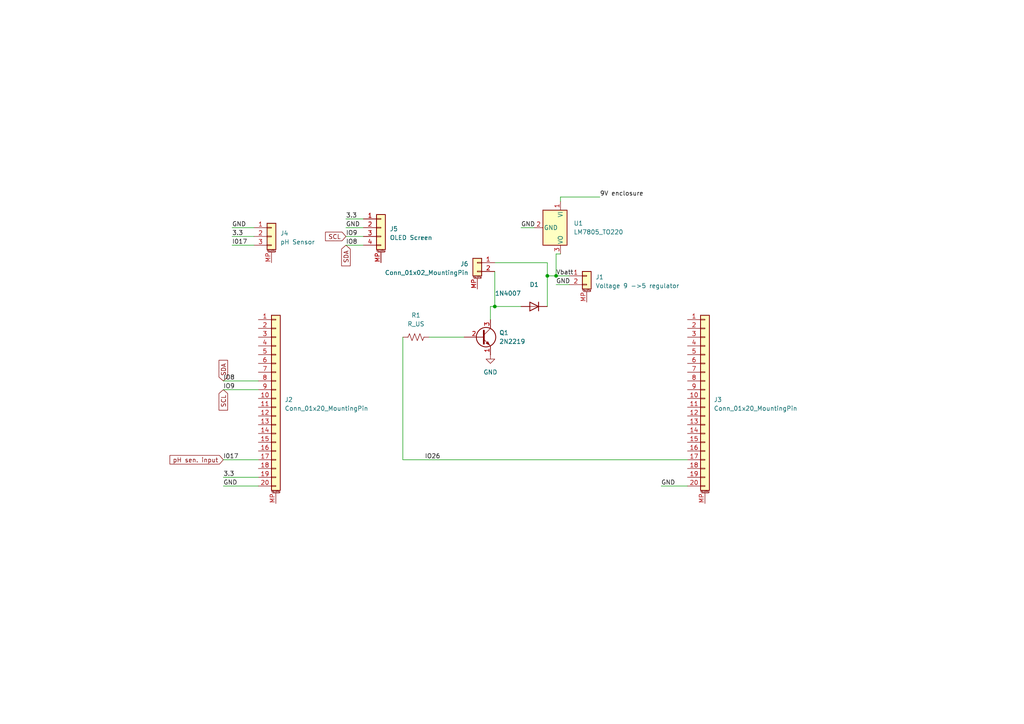
<source format=kicad_sch>
(kicad_sch
	(version 20231120)
	(generator "eeschema")
	(generator_version "8.0")
	(uuid "fcd2bf46-1664-4621-bd79-674230b49c83")
	(paper "A4")
	(lib_symbols
		(symbol "Connector_Generic_MountingPin:Conn_01x02_MountingPin"
			(pin_names
				(offset 1.016) hide)
			(exclude_from_sim no)
			(in_bom yes)
			(on_board yes)
			(property "Reference" "J"
				(at 0 2.54 0)
				(effects
					(font
						(size 1.27 1.27)
					)
				)
			)
			(property "Value" "Conn_01x02_MountingPin"
				(at 1.27 -5.08 0)
				(effects
					(font
						(size 1.27 1.27)
					)
					(justify left)
				)
			)
			(property "Footprint" ""
				(at 0 0 0)
				(effects
					(font
						(size 1.27 1.27)
					)
					(hide yes)
				)
			)
			(property "Datasheet" "~"
				(at 0 0 0)
				(effects
					(font
						(size 1.27 1.27)
					)
					(hide yes)
				)
			)
			(property "Description" "Generic connectable mounting pin connector, single row, 01x02, script generated (kicad-library-utils/schlib/autogen/connector/)"
				(at 0 0 0)
				(effects
					(font
						(size 1.27 1.27)
					)
					(hide yes)
				)
			)
			(property "ki_keywords" "connector"
				(at 0 0 0)
				(effects
					(font
						(size 1.27 1.27)
					)
					(hide yes)
				)
			)
			(property "ki_fp_filters" "Connector*:*_1x??-1MP*"
				(at 0 0 0)
				(effects
					(font
						(size 1.27 1.27)
					)
					(hide yes)
				)
			)
			(symbol "Conn_01x02_MountingPin_1_1"
				(rectangle
					(start -1.27 -2.413)
					(end 0 -2.667)
					(stroke
						(width 0.1524)
						(type default)
					)
					(fill
						(type none)
					)
				)
				(rectangle
					(start -1.27 0.127)
					(end 0 -0.127)
					(stroke
						(width 0.1524)
						(type default)
					)
					(fill
						(type none)
					)
				)
				(rectangle
					(start -1.27 1.27)
					(end 1.27 -3.81)
					(stroke
						(width 0.254)
						(type default)
					)
					(fill
						(type background)
					)
				)
				(polyline
					(pts
						(xy -1.016 -4.572) (xy 1.016 -4.572)
					)
					(stroke
						(width 0.1524)
						(type default)
					)
					(fill
						(type none)
					)
				)
				(text "Mounting"
					(at 0 -4.191 0)
					(effects
						(font
							(size 0.381 0.381)
						)
					)
				)
				(pin passive line
					(at -5.08 0 0)
					(length 3.81)
					(name "Pin_1"
						(effects
							(font
								(size 1.27 1.27)
							)
						)
					)
					(number "1"
						(effects
							(font
								(size 1.27 1.27)
							)
						)
					)
				)
				(pin passive line
					(at -5.08 -2.54 0)
					(length 3.81)
					(name "Pin_2"
						(effects
							(font
								(size 1.27 1.27)
							)
						)
					)
					(number "2"
						(effects
							(font
								(size 1.27 1.27)
							)
						)
					)
				)
				(pin passive line
					(at 0 -7.62 90)
					(length 3.048)
					(name "MountPin"
						(effects
							(font
								(size 1.27 1.27)
							)
						)
					)
					(number "MP"
						(effects
							(font
								(size 1.27 1.27)
							)
						)
					)
				)
			)
		)
		(symbol "Connector_Generic_MountingPin:Conn_01x03_MountingPin"
			(pin_names
				(offset 1.016) hide)
			(exclude_from_sim no)
			(in_bom yes)
			(on_board yes)
			(property "Reference" "J"
				(at 0 5.08 0)
				(effects
					(font
						(size 1.27 1.27)
					)
				)
			)
			(property "Value" "Conn_01x03_MountingPin"
				(at 1.27 -5.08 0)
				(effects
					(font
						(size 1.27 1.27)
					)
					(justify left)
				)
			)
			(property "Footprint" ""
				(at 0 0 0)
				(effects
					(font
						(size 1.27 1.27)
					)
					(hide yes)
				)
			)
			(property "Datasheet" "~"
				(at 0 0 0)
				(effects
					(font
						(size 1.27 1.27)
					)
					(hide yes)
				)
			)
			(property "Description" "Generic connectable mounting pin connector, single row, 01x03, script generated (kicad-library-utils/schlib/autogen/connector/)"
				(at 0 0 0)
				(effects
					(font
						(size 1.27 1.27)
					)
					(hide yes)
				)
			)
			(property "ki_keywords" "connector"
				(at 0 0 0)
				(effects
					(font
						(size 1.27 1.27)
					)
					(hide yes)
				)
			)
			(property "ki_fp_filters" "Connector*:*_1x??-1MP*"
				(at 0 0 0)
				(effects
					(font
						(size 1.27 1.27)
					)
					(hide yes)
				)
			)
			(symbol "Conn_01x03_MountingPin_1_1"
				(rectangle
					(start -1.27 -2.413)
					(end 0 -2.667)
					(stroke
						(width 0.1524)
						(type default)
					)
					(fill
						(type none)
					)
				)
				(rectangle
					(start -1.27 0.127)
					(end 0 -0.127)
					(stroke
						(width 0.1524)
						(type default)
					)
					(fill
						(type none)
					)
				)
				(rectangle
					(start -1.27 2.667)
					(end 0 2.413)
					(stroke
						(width 0.1524)
						(type default)
					)
					(fill
						(type none)
					)
				)
				(rectangle
					(start -1.27 3.81)
					(end 1.27 -3.81)
					(stroke
						(width 0.254)
						(type default)
					)
					(fill
						(type background)
					)
				)
				(polyline
					(pts
						(xy -1.016 -4.572) (xy 1.016 -4.572)
					)
					(stroke
						(width 0.1524)
						(type default)
					)
					(fill
						(type none)
					)
				)
				(text "Mounting"
					(at 0 -4.191 0)
					(effects
						(font
							(size 0.381 0.381)
						)
					)
				)
				(pin passive line
					(at -5.08 2.54 0)
					(length 3.81)
					(name "Pin_1"
						(effects
							(font
								(size 1.27 1.27)
							)
						)
					)
					(number "1"
						(effects
							(font
								(size 1.27 1.27)
							)
						)
					)
				)
				(pin passive line
					(at -5.08 0 0)
					(length 3.81)
					(name "Pin_2"
						(effects
							(font
								(size 1.27 1.27)
							)
						)
					)
					(number "2"
						(effects
							(font
								(size 1.27 1.27)
							)
						)
					)
				)
				(pin passive line
					(at -5.08 -2.54 0)
					(length 3.81)
					(name "Pin_3"
						(effects
							(font
								(size 1.27 1.27)
							)
						)
					)
					(number "3"
						(effects
							(font
								(size 1.27 1.27)
							)
						)
					)
				)
				(pin passive line
					(at 0 -7.62 90)
					(length 3.048)
					(name "MountPin"
						(effects
							(font
								(size 1.27 1.27)
							)
						)
					)
					(number "MP"
						(effects
							(font
								(size 1.27 1.27)
							)
						)
					)
				)
			)
		)
		(symbol "Connector_Generic_MountingPin:Conn_01x04_MountingPin"
			(pin_names
				(offset 1.016) hide)
			(exclude_from_sim no)
			(in_bom yes)
			(on_board yes)
			(property "Reference" "J"
				(at 0 5.08 0)
				(effects
					(font
						(size 1.27 1.27)
					)
				)
			)
			(property "Value" "Conn_01x04_MountingPin"
				(at 1.27 -7.62 0)
				(effects
					(font
						(size 1.27 1.27)
					)
					(justify left)
				)
			)
			(property "Footprint" ""
				(at 0 0 0)
				(effects
					(font
						(size 1.27 1.27)
					)
					(hide yes)
				)
			)
			(property "Datasheet" "~"
				(at 0 0 0)
				(effects
					(font
						(size 1.27 1.27)
					)
					(hide yes)
				)
			)
			(property "Description" "Generic connectable mounting pin connector, single row, 01x04, script generated (kicad-library-utils/schlib/autogen/connector/)"
				(at 0 0 0)
				(effects
					(font
						(size 1.27 1.27)
					)
					(hide yes)
				)
			)
			(property "ki_keywords" "connector"
				(at 0 0 0)
				(effects
					(font
						(size 1.27 1.27)
					)
					(hide yes)
				)
			)
			(property "ki_fp_filters" "Connector*:*_1x??-1MP*"
				(at 0 0 0)
				(effects
					(font
						(size 1.27 1.27)
					)
					(hide yes)
				)
			)
			(symbol "Conn_01x04_MountingPin_1_1"
				(rectangle
					(start -1.27 -4.953)
					(end 0 -5.207)
					(stroke
						(width 0.1524)
						(type default)
					)
					(fill
						(type none)
					)
				)
				(rectangle
					(start -1.27 -2.413)
					(end 0 -2.667)
					(stroke
						(width 0.1524)
						(type default)
					)
					(fill
						(type none)
					)
				)
				(rectangle
					(start -1.27 0.127)
					(end 0 -0.127)
					(stroke
						(width 0.1524)
						(type default)
					)
					(fill
						(type none)
					)
				)
				(rectangle
					(start -1.27 2.667)
					(end 0 2.413)
					(stroke
						(width 0.1524)
						(type default)
					)
					(fill
						(type none)
					)
				)
				(rectangle
					(start -1.27 3.81)
					(end 1.27 -6.35)
					(stroke
						(width 0.254)
						(type default)
					)
					(fill
						(type background)
					)
				)
				(polyline
					(pts
						(xy -1.016 -7.112) (xy 1.016 -7.112)
					)
					(stroke
						(width 0.1524)
						(type default)
					)
					(fill
						(type none)
					)
				)
				(text "Mounting"
					(at 0 -6.731 0)
					(effects
						(font
							(size 0.381 0.381)
						)
					)
				)
				(pin passive line
					(at -5.08 2.54 0)
					(length 3.81)
					(name "Pin_1"
						(effects
							(font
								(size 1.27 1.27)
							)
						)
					)
					(number "1"
						(effects
							(font
								(size 1.27 1.27)
							)
						)
					)
				)
				(pin passive line
					(at -5.08 0 0)
					(length 3.81)
					(name "Pin_2"
						(effects
							(font
								(size 1.27 1.27)
							)
						)
					)
					(number "2"
						(effects
							(font
								(size 1.27 1.27)
							)
						)
					)
				)
				(pin passive line
					(at -5.08 -2.54 0)
					(length 3.81)
					(name "Pin_3"
						(effects
							(font
								(size 1.27 1.27)
							)
						)
					)
					(number "3"
						(effects
							(font
								(size 1.27 1.27)
							)
						)
					)
				)
				(pin passive line
					(at -5.08 -5.08 0)
					(length 3.81)
					(name "Pin_4"
						(effects
							(font
								(size 1.27 1.27)
							)
						)
					)
					(number "4"
						(effects
							(font
								(size 1.27 1.27)
							)
						)
					)
				)
				(pin passive line
					(at 0 -10.16 90)
					(length 3.048)
					(name "MountPin"
						(effects
							(font
								(size 1.27 1.27)
							)
						)
					)
					(number "MP"
						(effects
							(font
								(size 1.27 1.27)
							)
						)
					)
				)
			)
		)
		(symbol "Connector_Generic_MountingPin:Conn_01x20_MountingPin"
			(pin_names
				(offset 1.016) hide)
			(exclude_from_sim no)
			(in_bom yes)
			(on_board yes)
			(property "Reference" "J"
				(at 0 25.4 0)
				(effects
					(font
						(size 1.27 1.27)
					)
				)
			)
			(property "Value" "Conn_01x20_MountingPin"
				(at 1.27 -27.94 0)
				(effects
					(font
						(size 1.27 1.27)
					)
					(justify left)
				)
			)
			(property "Footprint" ""
				(at 0 0 0)
				(effects
					(font
						(size 1.27 1.27)
					)
					(hide yes)
				)
			)
			(property "Datasheet" "~"
				(at 0 0 0)
				(effects
					(font
						(size 1.27 1.27)
					)
					(hide yes)
				)
			)
			(property "Description" "Generic connectable mounting pin connector, single row, 01x20, script generated (kicad-library-utils/schlib/autogen/connector/)"
				(at 0 0 0)
				(effects
					(font
						(size 1.27 1.27)
					)
					(hide yes)
				)
			)
			(property "ki_keywords" "connector"
				(at 0 0 0)
				(effects
					(font
						(size 1.27 1.27)
					)
					(hide yes)
				)
			)
			(property "ki_fp_filters" "Connector*:*_1x??-1MP*"
				(at 0 0 0)
				(effects
					(font
						(size 1.27 1.27)
					)
					(hide yes)
				)
			)
			(symbol "Conn_01x20_MountingPin_1_1"
				(rectangle
					(start -1.27 -25.273)
					(end 0 -25.527)
					(stroke
						(width 0.1524)
						(type default)
					)
					(fill
						(type none)
					)
				)
				(rectangle
					(start -1.27 -22.733)
					(end 0 -22.987)
					(stroke
						(width 0.1524)
						(type default)
					)
					(fill
						(type none)
					)
				)
				(rectangle
					(start -1.27 -20.193)
					(end 0 -20.447)
					(stroke
						(width 0.1524)
						(type default)
					)
					(fill
						(type none)
					)
				)
				(rectangle
					(start -1.27 -17.653)
					(end 0 -17.907)
					(stroke
						(width 0.1524)
						(type default)
					)
					(fill
						(type none)
					)
				)
				(rectangle
					(start -1.27 -15.113)
					(end 0 -15.367)
					(stroke
						(width 0.1524)
						(type default)
					)
					(fill
						(type none)
					)
				)
				(rectangle
					(start -1.27 -12.573)
					(end 0 -12.827)
					(stroke
						(width 0.1524)
						(type default)
					)
					(fill
						(type none)
					)
				)
				(rectangle
					(start -1.27 -10.033)
					(end 0 -10.287)
					(stroke
						(width 0.1524)
						(type default)
					)
					(fill
						(type none)
					)
				)
				(rectangle
					(start -1.27 -7.493)
					(end 0 -7.747)
					(stroke
						(width 0.1524)
						(type default)
					)
					(fill
						(type none)
					)
				)
				(rectangle
					(start -1.27 -4.953)
					(end 0 -5.207)
					(stroke
						(width 0.1524)
						(type default)
					)
					(fill
						(type none)
					)
				)
				(rectangle
					(start -1.27 -2.413)
					(end 0 -2.667)
					(stroke
						(width 0.1524)
						(type default)
					)
					(fill
						(type none)
					)
				)
				(rectangle
					(start -1.27 0.127)
					(end 0 -0.127)
					(stroke
						(width 0.1524)
						(type default)
					)
					(fill
						(type none)
					)
				)
				(rectangle
					(start -1.27 2.667)
					(end 0 2.413)
					(stroke
						(width 0.1524)
						(type default)
					)
					(fill
						(type none)
					)
				)
				(rectangle
					(start -1.27 5.207)
					(end 0 4.953)
					(stroke
						(width 0.1524)
						(type default)
					)
					(fill
						(type none)
					)
				)
				(rectangle
					(start -1.27 7.747)
					(end 0 7.493)
					(stroke
						(width 0.1524)
						(type default)
					)
					(fill
						(type none)
					)
				)
				(rectangle
					(start -1.27 10.287)
					(end 0 10.033)
					(stroke
						(width 0.1524)
						(type default)
					)
					(fill
						(type none)
					)
				)
				(rectangle
					(start -1.27 12.827)
					(end 0 12.573)
					(stroke
						(width 0.1524)
						(type default)
					)
					(fill
						(type none)
					)
				)
				(rectangle
					(start -1.27 15.367)
					(end 0 15.113)
					(stroke
						(width 0.1524)
						(type default)
					)
					(fill
						(type none)
					)
				)
				(rectangle
					(start -1.27 17.907)
					(end 0 17.653)
					(stroke
						(width 0.1524)
						(type default)
					)
					(fill
						(type none)
					)
				)
				(rectangle
					(start -1.27 20.447)
					(end 0 20.193)
					(stroke
						(width 0.1524)
						(type default)
					)
					(fill
						(type none)
					)
				)
				(rectangle
					(start -1.27 22.987)
					(end 0 22.733)
					(stroke
						(width 0.1524)
						(type default)
					)
					(fill
						(type none)
					)
				)
				(rectangle
					(start -1.27 24.13)
					(end 1.27 -26.67)
					(stroke
						(width 0.254)
						(type default)
					)
					(fill
						(type background)
					)
				)
				(polyline
					(pts
						(xy -1.016 -27.432) (xy 1.016 -27.432)
					)
					(stroke
						(width 0.1524)
						(type default)
					)
					(fill
						(type none)
					)
				)
				(text "Mounting"
					(at 0 -27.051 0)
					(effects
						(font
							(size 0.381 0.381)
						)
					)
				)
				(pin passive line
					(at -5.08 22.86 0)
					(length 3.81)
					(name "Pin_1"
						(effects
							(font
								(size 1.27 1.27)
							)
						)
					)
					(number "1"
						(effects
							(font
								(size 1.27 1.27)
							)
						)
					)
				)
				(pin passive line
					(at -5.08 0 0)
					(length 3.81)
					(name "Pin_10"
						(effects
							(font
								(size 1.27 1.27)
							)
						)
					)
					(number "10"
						(effects
							(font
								(size 1.27 1.27)
							)
						)
					)
				)
				(pin passive line
					(at -5.08 -2.54 0)
					(length 3.81)
					(name "Pin_11"
						(effects
							(font
								(size 1.27 1.27)
							)
						)
					)
					(number "11"
						(effects
							(font
								(size 1.27 1.27)
							)
						)
					)
				)
				(pin passive line
					(at -5.08 -5.08 0)
					(length 3.81)
					(name "Pin_12"
						(effects
							(font
								(size 1.27 1.27)
							)
						)
					)
					(number "12"
						(effects
							(font
								(size 1.27 1.27)
							)
						)
					)
				)
				(pin passive line
					(at -5.08 -7.62 0)
					(length 3.81)
					(name "Pin_13"
						(effects
							(font
								(size 1.27 1.27)
							)
						)
					)
					(number "13"
						(effects
							(font
								(size 1.27 1.27)
							)
						)
					)
				)
				(pin passive line
					(at -5.08 -10.16 0)
					(length 3.81)
					(name "Pin_14"
						(effects
							(font
								(size 1.27 1.27)
							)
						)
					)
					(number "14"
						(effects
							(font
								(size 1.27 1.27)
							)
						)
					)
				)
				(pin passive line
					(at -5.08 -12.7 0)
					(length 3.81)
					(name "Pin_15"
						(effects
							(font
								(size 1.27 1.27)
							)
						)
					)
					(number "15"
						(effects
							(font
								(size 1.27 1.27)
							)
						)
					)
				)
				(pin passive line
					(at -5.08 -15.24 0)
					(length 3.81)
					(name "Pin_16"
						(effects
							(font
								(size 1.27 1.27)
							)
						)
					)
					(number "16"
						(effects
							(font
								(size 1.27 1.27)
							)
						)
					)
				)
				(pin passive line
					(at -5.08 -17.78 0)
					(length 3.81)
					(name "Pin_17"
						(effects
							(font
								(size 1.27 1.27)
							)
						)
					)
					(number "17"
						(effects
							(font
								(size 1.27 1.27)
							)
						)
					)
				)
				(pin passive line
					(at -5.08 -20.32 0)
					(length 3.81)
					(name "Pin_18"
						(effects
							(font
								(size 1.27 1.27)
							)
						)
					)
					(number "18"
						(effects
							(font
								(size 1.27 1.27)
							)
						)
					)
				)
				(pin passive line
					(at -5.08 -22.86 0)
					(length 3.81)
					(name "Pin_19"
						(effects
							(font
								(size 1.27 1.27)
							)
						)
					)
					(number "19"
						(effects
							(font
								(size 1.27 1.27)
							)
						)
					)
				)
				(pin passive line
					(at -5.08 20.32 0)
					(length 3.81)
					(name "Pin_2"
						(effects
							(font
								(size 1.27 1.27)
							)
						)
					)
					(number "2"
						(effects
							(font
								(size 1.27 1.27)
							)
						)
					)
				)
				(pin passive line
					(at -5.08 -25.4 0)
					(length 3.81)
					(name "Pin_20"
						(effects
							(font
								(size 1.27 1.27)
							)
						)
					)
					(number "20"
						(effects
							(font
								(size 1.27 1.27)
							)
						)
					)
				)
				(pin passive line
					(at -5.08 17.78 0)
					(length 3.81)
					(name "Pin_3"
						(effects
							(font
								(size 1.27 1.27)
							)
						)
					)
					(number "3"
						(effects
							(font
								(size 1.27 1.27)
							)
						)
					)
				)
				(pin passive line
					(at -5.08 15.24 0)
					(length 3.81)
					(name "Pin_4"
						(effects
							(font
								(size 1.27 1.27)
							)
						)
					)
					(number "4"
						(effects
							(font
								(size 1.27 1.27)
							)
						)
					)
				)
				(pin passive line
					(at -5.08 12.7 0)
					(length 3.81)
					(name "Pin_5"
						(effects
							(font
								(size 1.27 1.27)
							)
						)
					)
					(number "5"
						(effects
							(font
								(size 1.27 1.27)
							)
						)
					)
				)
				(pin passive line
					(at -5.08 10.16 0)
					(length 3.81)
					(name "Pin_6"
						(effects
							(font
								(size 1.27 1.27)
							)
						)
					)
					(number "6"
						(effects
							(font
								(size 1.27 1.27)
							)
						)
					)
				)
				(pin passive line
					(at -5.08 7.62 0)
					(length 3.81)
					(name "Pin_7"
						(effects
							(font
								(size 1.27 1.27)
							)
						)
					)
					(number "7"
						(effects
							(font
								(size 1.27 1.27)
							)
						)
					)
				)
				(pin passive line
					(at -5.08 5.08 0)
					(length 3.81)
					(name "Pin_8"
						(effects
							(font
								(size 1.27 1.27)
							)
						)
					)
					(number "8"
						(effects
							(font
								(size 1.27 1.27)
							)
						)
					)
				)
				(pin passive line
					(at -5.08 2.54 0)
					(length 3.81)
					(name "Pin_9"
						(effects
							(font
								(size 1.27 1.27)
							)
						)
					)
					(number "9"
						(effects
							(font
								(size 1.27 1.27)
							)
						)
					)
				)
				(pin passive line
					(at 0 -30.48 90)
					(length 3.048)
					(name "MountPin"
						(effects
							(font
								(size 1.27 1.27)
							)
						)
					)
					(number "MP"
						(effects
							(font
								(size 1.27 1.27)
							)
						)
					)
				)
			)
		)
		(symbol "Device:R_US"
			(pin_numbers hide)
			(pin_names
				(offset 0)
			)
			(exclude_from_sim no)
			(in_bom yes)
			(on_board yes)
			(property "Reference" "R"
				(at 2.54 0 90)
				(effects
					(font
						(size 1.27 1.27)
					)
				)
			)
			(property "Value" "R_US"
				(at -2.54 0 90)
				(effects
					(font
						(size 1.27 1.27)
					)
				)
			)
			(property "Footprint" ""
				(at 1.016 -0.254 90)
				(effects
					(font
						(size 1.27 1.27)
					)
					(hide yes)
				)
			)
			(property "Datasheet" "~"
				(at 0 0 0)
				(effects
					(font
						(size 1.27 1.27)
					)
					(hide yes)
				)
			)
			(property "Description" "Resistor, US symbol"
				(at 0 0 0)
				(effects
					(font
						(size 1.27 1.27)
					)
					(hide yes)
				)
			)
			(property "ki_keywords" "R res resistor"
				(at 0 0 0)
				(effects
					(font
						(size 1.27 1.27)
					)
					(hide yes)
				)
			)
			(property "ki_fp_filters" "R_*"
				(at 0 0 0)
				(effects
					(font
						(size 1.27 1.27)
					)
					(hide yes)
				)
			)
			(symbol "R_US_0_1"
				(polyline
					(pts
						(xy 0 -2.286) (xy 0 -2.54)
					)
					(stroke
						(width 0)
						(type default)
					)
					(fill
						(type none)
					)
				)
				(polyline
					(pts
						(xy 0 2.286) (xy 0 2.54)
					)
					(stroke
						(width 0)
						(type default)
					)
					(fill
						(type none)
					)
				)
				(polyline
					(pts
						(xy 0 -0.762) (xy 1.016 -1.143) (xy 0 -1.524) (xy -1.016 -1.905) (xy 0 -2.286)
					)
					(stroke
						(width 0)
						(type default)
					)
					(fill
						(type none)
					)
				)
				(polyline
					(pts
						(xy 0 0.762) (xy 1.016 0.381) (xy 0 0) (xy -1.016 -0.381) (xy 0 -0.762)
					)
					(stroke
						(width 0)
						(type default)
					)
					(fill
						(type none)
					)
				)
				(polyline
					(pts
						(xy 0 2.286) (xy 1.016 1.905) (xy 0 1.524) (xy -1.016 1.143) (xy 0 0.762)
					)
					(stroke
						(width 0)
						(type default)
					)
					(fill
						(type none)
					)
				)
			)
			(symbol "R_US_1_1"
				(pin passive line
					(at 0 3.81 270)
					(length 1.27)
					(name "~"
						(effects
							(font
								(size 1.27 1.27)
							)
						)
					)
					(number "1"
						(effects
							(font
								(size 1.27 1.27)
							)
						)
					)
				)
				(pin passive line
					(at 0 -3.81 90)
					(length 1.27)
					(name "~"
						(effects
							(font
								(size 1.27 1.27)
							)
						)
					)
					(number "2"
						(effects
							(font
								(size 1.27 1.27)
							)
						)
					)
				)
			)
		)
		(symbol "Diode:1N4007"
			(pin_numbers hide)
			(pin_names hide)
			(exclude_from_sim no)
			(in_bom yes)
			(on_board yes)
			(property "Reference" "D"
				(at 0 2.54 0)
				(effects
					(font
						(size 1.27 1.27)
					)
				)
			)
			(property "Value" "1N4007"
				(at 0 -2.54 0)
				(effects
					(font
						(size 1.27 1.27)
					)
				)
			)
			(property "Footprint" "Diode_THT:D_DO-41_SOD81_P10.16mm_Horizontal"
				(at 0 -4.445 0)
				(effects
					(font
						(size 1.27 1.27)
					)
					(hide yes)
				)
			)
			(property "Datasheet" "http://www.vishay.com/docs/88503/1n4001.pdf"
				(at 0 0 0)
				(effects
					(font
						(size 1.27 1.27)
					)
					(hide yes)
				)
			)
			(property "Description" "1000V 1A General Purpose Rectifier Diode, DO-41"
				(at 0 0 0)
				(effects
					(font
						(size 1.27 1.27)
					)
					(hide yes)
				)
			)
			(property "Sim.Device" "D"
				(at 0 0 0)
				(effects
					(font
						(size 1.27 1.27)
					)
					(hide yes)
				)
			)
			(property "Sim.Pins" "1=K 2=A"
				(at 0 0 0)
				(effects
					(font
						(size 1.27 1.27)
					)
					(hide yes)
				)
			)
			(property "ki_keywords" "diode"
				(at 0 0 0)
				(effects
					(font
						(size 1.27 1.27)
					)
					(hide yes)
				)
			)
			(property "ki_fp_filters" "D*DO?41*"
				(at 0 0 0)
				(effects
					(font
						(size 1.27 1.27)
					)
					(hide yes)
				)
			)
			(symbol "1N4007_0_1"
				(polyline
					(pts
						(xy -1.27 1.27) (xy -1.27 -1.27)
					)
					(stroke
						(width 0.254)
						(type default)
					)
					(fill
						(type none)
					)
				)
				(polyline
					(pts
						(xy 1.27 0) (xy -1.27 0)
					)
					(stroke
						(width 0)
						(type default)
					)
					(fill
						(type none)
					)
				)
				(polyline
					(pts
						(xy 1.27 1.27) (xy 1.27 -1.27) (xy -1.27 0) (xy 1.27 1.27)
					)
					(stroke
						(width 0.254)
						(type default)
					)
					(fill
						(type none)
					)
				)
			)
			(symbol "1N4007_1_1"
				(pin passive line
					(at -3.81 0 0)
					(length 2.54)
					(name "K"
						(effects
							(font
								(size 1.27 1.27)
							)
						)
					)
					(number "1"
						(effects
							(font
								(size 1.27 1.27)
							)
						)
					)
				)
				(pin passive line
					(at 3.81 0 180)
					(length 2.54)
					(name "A"
						(effects
							(font
								(size 1.27 1.27)
							)
						)
					)
					(number "2"
						(effects
							(font
								(size 1.27 1.27)
							)
						)
					)
				)
			)
		)
		(symbol "Regulator_Linear:LM7805_TO220"
			(pin_names
				(offset 0.254)
			)
			(exclude_from_sim no)
			(in_bom yes)
			(on_board yes)
			(property "Reference" "U"
				(at -3.81 3.175 0)
				(effects
					(font
						(size 1.27 1.27)
					)
				)
			)
			(property "Value" "LM7805_TO220"
				(at 0 3.175 0)
				(effects
					(font
						(size 1.27 1.27)
					)
					(justify left)
				)
			)
			(property "Footprint" "Package_TO_SOT_THT:TO-220-3_Vertical"
				(at 0 5.715 0)
				(effects
					(font
						(size 1.27 1.27)
						(italic yes)
					)
					(hide yes)
				)
			)
			(property "Datasheet" "https://www.onsemi.cn/PowerSolutions/document/MC7800-D.PDF"
				(at 0 -1.27 0)
				(effects
					(font
						(size 1.27 1.27)
					)
					(hide yes)
				)
			)
			(property "Description" "Positive 1A 35V Linear Regulator, Fixed Output 5V, TO-220"
				(at 0 0 0)
				(effects
					(font
						(size 1.27 1.27)
					)
					(hide yes)
				)
			)
			(property "ki_keywords" "Voltage Regulator 1A Positive"
				(at 0 0 0)
				(effects
					(font
						(size 1.27 1.27)
					)
					(hide yes)
				)
			)
			(property "ki_fp_filters" "TO?220*"
				(at 0 0 0)
				(effects
					(font
						(size 1.27 1.27)
					)
					(hide yes)
				)
			)
			(symbol "LM7805_TO220_0_1"
				(rectangle
					(start -5.08 1.905)
					(end 5.08 -5.08)
					(stroke
						(width 0.254)
						(type default)
					)
					(fill
						(type background)
					)
				)
			)
			(symbol "LM7805_TO220_1_1"
				(pin power_in line
					(at -7.62 0 0)
					(length 2.54)
					(name "VI"
						(effects
							(font
								(size 1.27 1.27)
							)
						)
					)
					(number "1"
						(effects
							(font
								(size 1.27 1.27)
							)
						)
					)
				)
				(pin power_in line
					(at 0 -7.62 90)
					(length 2.54)
					(name "GND"
						(effects
							(font
								(size 1.27 1.27)
							)
						)
					)
					(number "2"
						(effects
							(font
								(size 1.27 1.27)
							)
						)
					)
				)
				(pin power_out line
					(at 7.62 0 180)
					(length 2.54)
					(name "VO"
						(effects
							(font
								(size 1.27 1.27)
							)
						)
					)
					(number "3"
						(effects
							(font
								(size 1.27 1.27)
							)
						)
					)
				)
			)
		)
		(symbol "Transistor_BJT:2N2219"
			(pin_names
				(offset 0) hide)
			(exclude_from_sim no)
			(in_bom yes)
			(on_board yes)
			(property "Reference" "Q"
				(at 5.08 1.905 0)
				(effects
					(font
						(size 1.27 1.27)
					)
					(justify left)
				)
			)
			(property "Value" "2N2219"
				(at 5.08 0 0)
				(effects
					(font
						(size 1.27 1.27)
					)
					(justify left)
				)
			)
			(property "Footprint" "Package_TO_SOT_THT:TO-39-3"
				(at 5.08 -1.905 0)
				(effects
					(font
						(size 1.27 1.27)
						(italic yes)
					)
					(justify left)
					(hide yes)
				)
			)
			(property "Datasheet" "http://www.onsemi.com/pub_link/Collateral/2N2219-D.PDF"
				(at 0 0 0)
				(effects
					(font
						(size 1.27 1.27)
					)
					(justify left)
					(hide yes)
				)
			)
			(property "Description" "800mA Ic, 50V Vce, NPN Transistor, TO-39"
				(at 0 0 0)
				(effects
					(font
						(size 1.27 1.27)
					)
					(hide yes)
				)
			)
			(property "ki_keywords" "NPN Transistor"
				(at 0 0 0)
				(effects
					(font
						(size 1.27 1.27)
					)
					(hide yes)
				)
			)
			(property "ki_fp_filters" "TO?39*"
				(at 0 0 0)
				(effects
					(font
						(size 1.27 1.27)
					)
					(hide yes)
				)
			)
			(symbol "2N2219_0_1"
				(polyline
					(pts
						(xy 0.635 0.635) (xy 2.54 2.54)
					)
					(stroke
						(width 0)
						(type default)
					)
					(fill
						(type none)
					)
				)
				(polyline
					(pts
						(xy 0.635 -0.635) (xy 2.54 -2.54) (xy 2.54 -2.54)
					)
					(stroke
						(width 0)
						(type default)
					)
					(fill
						(type none)
					)
				)
				(polyline
					(pts
						(xy 0.635 1.905) (xy 0.635 -1.905) (xy 0.635 -1.905)
					)
					(stroke
						(width 0.508)
						(type default)
					)
					(fill
						(type none)
					)
				)
				(polyline
					(pts
						(xy 1.27 -1.778) (xy 1.778 -1.27) (xy 2.286 -2.286) (xy 1.27 -1.778) (xy 1.27 -1.778)
					)
					(stroke
						(width 0)
						(type default)
					)
					(fill
						(type outline)
					)
				)
				(circle
					(center 1.27 0)
					(radius 2.8194)
					(stroke
						(width 0.254)
						(type default)
					)
					(fill
						(type none)
					)
				)
			)
			(symbol "2N2219_1_1"
				(pin passive line
					(at 2.54 -5.08 90)
					(length 2.54)
					(name "E"
						(effects
							(font
								(size 1.27 1.27)
							)
						)
					)
					(number "1"
						(effects
							(font
								(size 1.27 1.27)
							)
						)
					)
				)
				(pin passive line
					(at -5.08 0 0)
					(length 5.715)
					(name "B"
						(effects
							(font
								(size 1.27 1.27)
							)
						)
					)
					(number "2"
						(effects
							(font
								(size 1.27 1.27)
							)
						)
					)
				)
				(pin passive line
					(at 2.54 5.08 270)
					(length 2.54)
					(name "C"
						(effects
							(font
								(size 1.27 1.27)
							)
						)
					)
					(number "3"
						(effects
							(font
								(size 1.27 1.27)
							)
						)
					)
				)
			)
		)
		(symbol "power:GND"
			(power)
			(pin_numbers hide)
			(pin_names
				(offset 0) hide)
			(exclude_from_sim no)
			(in_bom yes)
			(on_board yes)
			(property "Reference" "#PWR"
				(at 0 -6.35 0)
				(effects
					(font
						(size 1.27 1.27)
					)
					(hide yes)
				)
			)
			(property "Value" "GND"
				(at 0 -3.81 0)
				(effects
					(font
						(size 1.27 1.27)
					)
				)
			)
			(property "Footprint" ""
				(at 0 0 0)
				(effects
					(font
						(size 1.27 1.27)
					)
					(hide yes)
				)
			)
			(property "Datasheet" ""
				(at 0 0 0)
				(effects
					(font
						(size 1.27 1.27)
					)
					(hide yes)
				)
			)
			(property "Description" "Power symbol creates a global label with name \"GND\" , ground"
				(at 0 0 0)
				(effects
					(font
						(size 1.27 1.27)
					)
					(hide yes)
				)
			)
			(property "ki_keywords" "global power"
				(at 0 0 0)
				(effects
					(font
						(size 1.27 1.27)
					)
					(hide yes)
				)
			)
			(symbol "GND_0_1"
				(polyline
					(pts
						(xy 0 0) (xy 0 -1.27) (xy 1.27 -1.27) (xy 0 -2.54) (xy -1.27 -1.27) (xy 0 -1.27)
					)
					(stroke
						(width 0)
						(type default)
					)
					(fill
						(type none)
					)
				)
			)
			(symbol "GND_1_1"
				(pin power_in line
					(at 0 0 270)
					(length 0)
					(name "~"
						(effects
							(font
								(size 1.27 1.27)
							)
						)
					)
					(number "1"
						(effects
							(font
								(size 1.27 1.27)
							)
						)
					)
				)
			)
		)
	)
	(junction
		(at 158.75 80.01)
		(diameter 0)
		(color 0 0 0 0)
		(uuid "0d462eea-1ea5-44d2-8db9-1b7c96420d40")
	)
	(junction
		(at 161.29 80.01)
		(diameter 0)
		(color 0 0 0 0)
		(uuid "796e22dc-0a0e-41ba-879c-b539eebd1a8b")
	)
	(junction
		(at 143.51 88.9)
		(diameter 0)
		(color 0 0 0 0)
		(uuid "81d78c42-8e52-4b54-92db-75081e5e433f")
	)
	(wire
		(pts
			(xy 161.29 82.55) (xy 165.1 82.55)
		)
		(stroke
			(width 0)
			(type default)
		)
		(uuid "068c4a00-4451-49b1-9776-3148bea76c2b")
	)
	(wire
		(pts
			(xy 67.31 68.58) (xy 73.66 68.58)
		)
		(stroke
			(width 0)
			(type default)
		)
		(uuid "3387df28-6dcf-4d15-ae96-b2b663f94cb0")
	)
	(wire
		(pts
			(xy 100.33 63.5) (xy 105.41 63.5)
		)
		(stroke
			(width 0)
			(type default)
		)
		(uuid "3bbac509-5266-464b-896a-e668e9b37e0a")
	)
	(wire
		(pts
			(xy 124.46 97.79) (xy 134.62 97.79)
		)
		(stroke
			(width 0)
			(type default)
		)
		(uuid "3fe64f9f-490e-44eb-a7ca-577250ea329e")
	)
	(wire
		(pts
			(xy 142.24 88.9) (xy 142.24 92.71)
		)
		(stroke
			(width 0)
			(type default)
		)
		(uuid "4143f828-235c-4f89-a88e-3860bdf2ff9c")
	)
	(wire
		(pts
			(xy 158.75 76.2) (xy 158.75 80.01)
		)
		(stroke
			(width 0)
			(type default)
		)
		(uuid "47f3aa8c-54d5-49e1-b153-0bcd222897cd")
	)
	(wire
		(pts
			(xy 67.31 71.12) (xy 73.66 71.12)
		)
		(stroke
			(width 0)
			(type default)
		)
		(uuid "49de22a1-4ad8-464f-8dec-8392caca0301")
	)
	(wire
		(pts
			(xy 158.75 88.9) (xy 158.75 80.01)
		)
		(stroke
			(width 0)
			(type default)
		)
		(uuid "6546ac9c-864e-401b-bd3e-7759c9412ebf")
	)
	(wire
		(pts
			(xy 64.77 138.43) (xy 74.93 138.43)
		)
		(stroke
			(width 0)
			(type default)
		)
		(uuid "658d308e-66da-4bcd-9a7e-a7512eca210a")
	)
	(wire
		(pts
			(xy 64.77 113.03) (xy 74.93 113.03)
		)
		(stroke
			(width 0)
			(type default)
		)
		(uuid "67a64d33-6210-4f9b-9fec-cdb92773e20b")
	)
	(wire
		(pts
			(xy 143.51 78.74) (xy 143.51 88.9)
		)
		(stroke
			(width 0)
			(type default)
		)
		(uuid "6c6f43a3-7147-4606-8bb2-4cbccd81339e")
	)
	(wire
		(pts
			(xy 151.13 66.04) (xy 154.94 66.04)
		)
		(stroke
			(width 0)
			(type default)
		)
		(uuid "6ece2a99-0c52-4df8-930b-20751a5260a6")
	)
	(wire
		(pts
			(xy 116.84 97.79) (xy 116.84 133.35)
		)
		(stroke
			(width 0)
			(type default)
		)
		(uuid "7ca8d144-cb79-4c4d-9430-daa03fac993f")
	)
	(wire
		(pts
			(xy 191.77 140.97) (xy 199.39 140.97)
		)
		(stroke
			(width 0)
			(type default)
		)
		(uuid "801917a4-319c-4526-9a56-fe8145f37692")
	)
	(wire
		(pts
			(xy 116.84 133.35) (xy 199.39 133.35)
		)
		(stroke
			(width 0)
			(type default)
		)
		(uuid "8a7569c8-6d4a-4e3a-8f8c-45e2b8172d40")
	)
	(wire
		(pts
			(xy 162.56 58.42) (xy 162.56 57.15)
		)
		(stroke
			(width 0)
			(type default)
		)
		(uuid "987b590e-1862-44a6-8e78-bc007bace8af")
	)
	(wire
		(pts
			(xy 64.77 140.97) (xy 74.93 140.97)
		)
		(stroke
			(width 0)
			(type default)
		)
		(uuid "9906cafa-1979-4fbf-99b3-4deb7a18765a")
	)
	(wire
		(pts
			(xy 100.33 68.58) (xy 105.41 68.58)
		)
		(stroke
			(width 0)
			(type default)
		)
		(uuid "9ff139f3-b8da-4681-b6a5-e061442e3879")
	)
	(wire
		(pts
			(xy 64.77 110.49) (xy 74.93 110.49)
		)
		(stroke
			(width 0)
			(type default)
		)
		(uuid "a3454d66-24ea-4e4d-8864-72404e18f9bd")
	)
	(wire
		(pts
			(xy 64.77 133.35) (xy 74.93 133.35)
		)
		(stroke
			(width 0)
			(type default)
		)
		(uuid "a4444ed2-6830-466f-9c08-b3552083a166")
	)
	(wire
		(pts
			(xy 151.13 88.9) (xy 143.51 88.9)
		)
		(stroke
			(width 0)
			(type default)
		)
		(uuid "a919ec84-dfb9-4207-b64b-df10dada42a1")
	)
	(wire
		(pts
			(xy 143.51 88.9) (xy 142.24 88.9)
		)
		(stroke
			(width 0)
			(type default)
		)
		(uuid "b1bf00bd-9071-4172-889e-8d770fe06b67")
	)
	(wire
		(pts
			(xy 158.75 80.01) (xy 161.29 80.01)
		)
		(stroke
			(width 0)
			(type default)
		)
		(uuid "c21b63b9-9762-4ddf-bff3-338789f4d736")
	)
	(wire
		(pts
			(xy 100.33 66.04) (xy 105.41 66.04)
		)
		(stroke
			(width 0)
			(type default)
		)
		(uuid "c78c168e-7d01-4856-ad02-d5ede70f3cb0")
	)
	(wire
		(pts
			(xy 143.51 76.2) (xy 158.75 76.2)
		)
		(stroke
			(width 0)
			(type default)
		)
		(uuid "cb48c3b5-4f17-4a42-8bea-c118a5e01fd8")
	)
	(wire
		(pts
			(xy 161.29 80.01) (xy 161.29 73.66)
		)
		(stroke
			(width 0)
			(type default)
		)
		(uuid "ccc57f66-78c4-4c90-b14f-b89be88d2b5a")
	)
	(wire
		(pts
			(xy 100.33 71.12) (xy 105.41 71.12)
		)
		(stroke
			(width 0)
			(type default)
		)
		(uuid "d091f75e-aad8-40ae-8d87-ac7ec3d64fa7")
	)
	(wire
		(pts
			(xy 161.29 73.66) (xy 162.56 73.66)
		)
		(stroke
			(width 0)
			(type default)
		)
		(uuid "d7aabc25-4b30-4b4e-9e3f-a4da26afc04f")
	)
	(wire
		(pts
			(xy 161.29 80.01) (xy 165.1 80.01)
		)
		(stroke
			(width 0)
			(type default)
		)
		(uuid "daf7d5e3-ec5d-41bf-b757-21dcd60bd1d4")
	)
	(wire
		(pts
			(xy 67.31 66.04) (xy 73.66 66.04)
		)
		(stroke
			(width 0)
			(type default)
		)
		(uuid "e0954058-1966-49b7-b32b-1f195fdc2022")
	)
	(wire
		(pts
			(xy 162.56 57.15) (xy 173.99 57.15)
		)
		(stroke
			(width 0)
			(type default)
		)
		(uuid "fe9240a1-6951-40f4-8efb-aceef633d706")
	)
	(label "GND"
		(at 67.31 66.04 0)
		(fields_autoplaced yes)
		(effects
			(font
				(size 1.27 1.27)
			)
			(justify left bottom)
		)
		(uuid "19081f66-9f79-405a-b42a-ab23fc97cbd9")
	)
	(label "IO9"
		(at 100.33 68.58 0)
		(fields_autoplaced yes)
		(effects
			(font
				(size 1.27 1.27)
			)
			(justify left bottom)
		)
		(uuid "29d9e4cd-b5b0-47f9-b9c7-099148edc4cf")
	)
	(label "GND"
		(at 151.13 66.04 0)
		(fields_autoplaced yes)
		(effects
			(font
				(size 1.27 1.27)
			)
			(justify left bottom)
		)
		(uuid "2c0f2404-c355-4c6c-9666-3714dcec3ad9")
	)
	(label "IO8"
		(at 100.33 71.12 0)
		(fields_autoplaced yes)
		(effects
			(font
				(size 1.27 1.27)
			)
			(justify left bottom)
		)
		(uuid "333f2b40-3160-4a2b-bb2a-6cd7c515e0c4")
	)
	(label "3.3"
		(at 100.33 63.5 0)
		(fields_autoplaced yes)
		(effects
			(font
				(size 1.27 1.27)
			)
			(justify left bottom)
		)
		(uuid "3c5fe39e-c458-4fce-846e-02c6a866ba7f")
	)
	(label "9V enclosure"
		(at 173.99 57.15 0)
		(fields_autoplaced yes)
		(effects
			(font
				(size 1.27 1.27)
			)
			(justify left bottom)
		)
		(uuid "50609986-fd82-47b1-9a5c-0c12097a4e2e")
	)
	(label "GND"
		(at 161.29 82.55 0)
		(fields_autoplaced yes)
		(effects
			(font
				(size 1.27 1.27)
			)
			(justify left bottom)
		)
		(uuid "6cd5c608-75c4-4f53-8f0d-fa4506a4ab2e")
	)
	(label "GND"
		(at 100.33 66.04 0)
		(fields_autoplaced yes)
		(effects
			(font
				(size 1.27 1.27)
			)
			(justify left bottom)
		)
		(uuid "6de27816-2565-4c3e-8db3-725e691bfc33")
	)
	(label "IO9"
		(at 64.77 113.03 0)
		(fields_autoplaced yes)
		(effects
			(font
				(size 1.27 1.27)
			)
			(justify left bottom)
		)
		(uuid "958accaf-d6ea-4ceb-bef1-e30296728b5e")
	)
	(label "3.3"
		(at 64.77 138.43 0)
		(fields_autoplaced yes)
		(effects
			(font
				(size 1.27 1.27)
			)
			(justify left bottom)
		)
		(uuid "a0b0ee95-c66c-4d69-a78d-c593a048967d")
	)
	(label "IO26"
		(at 123.19 133.35 0)
		(fields_autoplaced yes)
		(effects
			(font
				(size 1.27 1.27)
			)
			(justify left bottom)
		)
		(uuid "a77208af-a878-4b44-b0ad-941a856d3f6b")
	)
	(label "I017"
		(at 64.77 133.35 0)
		(fields_autoplaced yes)
		(effects
			(font
				(size 1.27 1.27)
			)
			(justify left bottom)
		)
		(uuid "b5632391-276f-4e13-9028-ea2f4171b874")
	)
	(label "GND"
		(at 191.77 140.97 0)
		(fields_autoplaced yes)
		(effects
			(font
				(size 1.27 1.27)
			)
			(justify left bottom)
		)
		(uuid "c1999a51-4be6-4dcd-b1d0-4613b8a46d72")
	)
	(label "I017"
		(at 67.31 71.12 0)
		(fields_autoplaced yes)
		(effects
			(font
				(size 1.27 1.27)
			)
			(justify left bottom)
		)
		(uuid "c2c78fc8-0e78-459e-8cd4-da80b3b2df4d")
	)
	(label "IO8"
		(at 64.77 110.49 0)
		(fields_autoplaced yes)
		(effects
			(font
				(size 1.27 1.27)
			)
			(justify left bottom)
		)
		(uuid "da4bbb3a-ab75-48f5-b2cb-a45bfca0a7d7")
	)
	(label "GND"
		(at 64.77 140.97 0)
		(fields_autoplaced yes)
		(effects
			(font
				(size 1.27 1.27)
			)
			(justify left bottom)
		)
		(uuid "dff5fb04-1f38-4052-ad83-1d943d2eccac")
	)
	(label "Vbatt"
		(at 161.29 80.01 0)
		(fields_autoplaced yes)
		(effects
			(font
				(size 1.27 1.27)
			)
			(justify left bottom)
		)
		(uuid "eb986be3-6bd9-43db-b172-bd6cf0ee0a99")
	)
	(label "3.3"
		(at 67.31 68.58 0)
		(fields_autoplaced yes)
		(effects
			(font
				(size 1.27 1.27)
			)
			(justify left bottom)
		)
		(uuid "ecb802fe-3ace-4899-8883-3a54280b6593")
	)
	(global_label "SCL"
		(shape input)
		(at 100.33 68.58 180)
		(fields_autoplaced yes)
		(effects
			(font
				(size 1.27 1.27)
			)
			(justify right)
		)
		(uuid "0378cbb4-61d9-406f-8d4a-c48f028586f6")
		(property "Intersheetrefs" "${INTERSHEET_REFS}"
			(at 93.8372 68.58 0)
			(effects
				(font
					(size 1.27 1.27)
				)
				(justify right)
				(hide yes)
			)
		)
	)
	(global_label "SCL"
		(shape input)
		(at 64.77 113.03 270)
		(fields_autoplaced yes)
		(effects
			(font
				(size 1.27 1.27)
			)
			(justify right)
		)
		(uuid "119a3850-d3dd-4a97-bb66-5e5c8d6859cb")
		(property "Intersheetrefs" "${INTERSHEET_REFS}"
			(at 64.77 119.5228 90)
			(effects
				(font
					(size 1.27 1.27)
				)
				(justify right)
				(hide yes)
			)
		)
	)
	(global_label "SDA"
		(shape input)
		(at 100.33 71.12 270)
		(fields_autoplaced yes)
		(effects
			(font
				(size 1.27 1.27)
			)
			(justify right)
		)
		(uuid "5e1cd580-ddd0-4aed-88f5-63c4e052655d")
		(property "Intersheetrefs" "${INTERSHEET_REFS}"
			(at 100.33 77.6733 90)
			(effects
				(font
					(size 1.27 1.27)
				)
				(justify right)
				(hide yes)
			)
		)
	)
	(global_label "pH sen. input"
		(shape input)
		(at 64.77 133.35 180)
		(fields_autoplaced yes)
		(effects
			(font
				(size 1.27 1.27)
			)
			(justify right)
		)
		(uuid "7dfa0af9-e7b9-4851-841e-26f64f8c292c")
		(property "Intersheetrefs" "${INTERSHEET_REFS}"
			(at 48.7221 133.35 0)
			(effects
				(font
					(size 1.27 1.27)
				)
				(justify right)
				(hide yes)
			)
		)
	)
	(global_label "SDA"
		(shape input)
		(at 64.77 110.49 90)
		(fields_autoplaced yes)
		(effects
			(font
				(size 1.27 1.27)
			)
			(justify left)
		)
		(uuid "ce14a2e0-4d82-4fdc-81c6-ba09cf7f34cc")
		(property "Intersheetrefs" "${INTERSHEET_REFS}"
			(at 64.77 103.9367 90)
			(effects
				(font
					(size 1.27 1.27)
				)
				(justify left)
				(hide yes)
			)
		)
	)
	(symbol
		(lib_id "Connector_Generic_MountingPin:Conn_01x04_MountingPin")
		(at 110.49 66.04 0)
		(unit 1)
		(exclude_from_sim no)
		(in_bom yes)
		(on_board yes)
		(dnp no)
		(fields_autoplaced yes)
		(uuid "030af43e-8519-4be8-99a5-e71f120ebc1e")
		(property "Reference" "J5"
			(at 113.03 66.3955 0)
			(effects
				(font
					(size 1.27 1.27)
				)
				(justify left)
			)
		)
		(property "Value" "OLED Screen"
			(at 113.03 68.9355 0)
			(effects
				(font
					(size 1.27 1.27)
				)
				(justify left)
			)
		)
		(property "Footprint" "Connector_Stocko:Stocko_MKS_1654-6-0-404_1x4_P2.50mm_Vertical"
			(at 110.49 66.04 0)
			(effects
				(font
					(size 1.27 1.27)
				)
				(hide yes)
			)
		)
		(property "Datasheet" "~"
			(at 110.49 66.04 0)
			(effects
				(font
					(size 1.27 1.27)
				)
				(hide yes)
			)
		)
		(property "Description" "Generic connectable mounting pin connector, single row, 01x04, script generated (kicad-library-utils/schlib/autogen/connector/)"
			(at 110.49 66.04 0)
			(effects
				(font
					(size 1.27 1.27)
				)
				(hide yes)
			)
		)
		(pin "3"
			(uuid "969180b3-f6b3-443e-b6f9-4d00c7f14d40")
		)
		(pin "2"
			(uuid "e1023511-3be4-4fb2-b4ee-dccb39a81da2")
		)
		(pin "MP"
			(uuid "5f62ba36-e88e-46f9-97b6-ab732e7a30f2")
		)
		(pin "1"
			(uuid "6971f1f3-6ef9-4f90-8fa2-80bfe8c1454b")
		)
		(pin "4"
			(uuid "0624f90e-a075-42cb-bed8-f7b6926374cf")
		)
		(instances
			(project ""
				(path "/fcd2bf46-1664-4621-bd79-674230b49c83"
					(reference "J5")
					(unit 1)
				)
			)
		)
	)
	(symbol
		(lib_id "Diode:1N4007")
		(at 154.94 88.9 180)
		(unit 1)
		(exclude_from_sim no)
		(in_bom yes)
		(on_board yes)
		(dnp no)
		(uuid "044cdf53-59bf-44eb-b9f6-a71ae43f37e8")
		(property "Reference" "D1"
			(at 154.94 82.55 0)
			(effects
				(font
					(size 1.27 1.27)
				)
			)
		)
		(property "Value" "1N4007"
			(at 147.32 85.09 0)
			(effects
				(font
					(size 1.27 1.27)
				)
			)
		)
		(property "Footprint" "Diode_THT:D_DO-41_SOD81_P10.16mm_Horizontal"
			(at 154.94 84.455 0)
			(effects
				(font
					(size 1.27 1.27)
				)
				(hide yes)
			)
		)
		(property "Datasheet" "http://www.vishay.com/docs/88503/1n4001.pdf"
			(at 154.94 88.9 0)
			(effects
				(font
					(size 1.27 1.27)
				)
				(hide yes)
			)
		)
		(property "Description" "1000V 1A General Purpose Rectifier Diode, DO-41"
			(at 154.94 88.9 0)
			(effects
				(font
					(size 1.27 1.27)
				)
				(hide yes)
			)
		)
		(property "Sim.Device" "D"
			(at 154.94 88.9 0)
			(effects
				(font
					(size 1.27 1.27)
				)
				(hide yes)
			)
		)
		(property "Sim.Pins" "1=K 2=A"
			(at 154.94 88.9 0)
			(effects
				(font
					(size 1.27 1.27)
				)
				(hide yes)
			)
		)
		(pin "1"
			(uuid "f4dcf37a-7f94-417f-befe-d66d3ce932d2")
		)
		(pin "2"
			(uuid "86286fa9-f87d-4670-8af2-cdb4d9a8c11a")
		)
		(instances
			(project ""
				(path "/fcd2bf46-1664-4621-bd79-674230b49c83"
					(reference "D1")
					(unit 1)
				)
			)
		)
	)
	(symbol
		(lib_id "Regulator_Linear:LM7805_TO220")
		(at 162.56 66.04 270)
		(unit 1)
		(exclude_from_sim no)
		(in_bom yes)
		(on_board yes)
		(dnp no)
		(fields_autoplaced yes)
		(uuid "06d3e2fd-5e77-4069-80ef-e1dc39d6fc15")
		(property "Reference" "U1"
			(at 166.37 64.7699 90)
			(effects
				(font
					(size 1.27 1.27)
				)
				(justify left)
			)
		)
		(property "Value" "LM7805_TO220"
			(at 166.37 67.3099 90)
			(effects
				(font
					(size 1.27 1.27)
				)
				(justify left)
			)
		)
		(property "Footprint" "Package_TO_SOT_THT:TO-220-3_Vertical"
			(at 168.275 66.04 0)
			(effects
				(font
					(size 1.27 1.27)
					(italic yes)
				)
				(hide yes)
			)
		)
		(property "Datasheet" "https://www.onsemi.cn/PowerSolutions/document/MC7800-D.PDF"
			(at 161.29 66.04 0)
			(effects
				(font
					(size 1.27 1.27)
				)
				(hide yes)
			)
		)
		(property "Description" "Positive 1A 35V Linear Regulator, Fixed Output 5V, TO-220"
			(at 162.56 66.04 0)
			(effects
				(font
					(size 1.27 1.27)
				)
				(hide yes)
			)
		)
		(pin "3"
			(uuid "6c9893d4-828b-4604-94f9-cd5ae846a8cf")
		)
		(pin "2"
			(uuid "a185b686-778f-4666-81f4-3a0cc22933aa")
		)
		(pin "1"
			(uuid "67db8b96-b5f1-4206-bc3d-4437a735e0e2")
		)
		(instances
			(project ""
				(path "/fcd2bf46-1664-4621-bd79-674230b49c83"
					(reference "U1")
					(unit 1)
				)
			)
		)
	)
	(symbol
		(lib_id "power:GND")
		(at 142.24 102.87 0)
		(unit 1)
		(exclude_from_sim no)
		(in_bom yes)
		(on_board yes)
		(dnp no)
		(fields_autoplaced yes)
		(uuid "219c4931-6fd9-45d4-a208-58f2a5749496")
		(property "Reference" "#PWR01"
			(at 142.24 109.22 0)
			(effects
				(font
					(size 1.27 1.27)
				)
				(hide yes)
			)
		)
		(property "Value" "GND"
			(at 142.24 107.95 0)
			(effects
				(font
					(size 1.27 1.27)
				)
			)
		)
		(property "Footprint" ""
			(at 142.24 102.87 0)
			(effects
				(font
					(size 1.27 1.27)
				)
				(hide yes)
			)
		)
		(property "Datasheet" ""
			(at 142.24 102.87 0)
			(effects
				(font
					(size 1.27 1.27)
				)
				(hide yes)
			)
		)
		(property "Description" "Power symbol creates a global label with name \"GND\" , ground"
			(at 142.24 102.87 0)
			(effects
				(font
					(size 1.27 1.27)
				)
				(hide yes)
			)
		)
		(pin "1"
			(uuid "832e4903-e8e6-4999-92d6-befccc55885c")
		)
		(instances
			(project ""
				(path "/fcd2bf46-1664-4621-bd79-674230b49c83"
					(reference "#PWR01")
					(unit 1)
				)
			)
		)
	)
	(symbol
		(lib_id "Connector_Generic_MountingPin:Conn_01x02_MountingPin")
		(at 138.43 76.2 0)
		(mirror y)
		(unit 1)
		(exclude_from_sim no)
		(in_bom yes)
		(on_board yes)
		(dnp no)
		(uuid "30169427-9451-4b5e-bf63-6b073c5cb2f7")
		(property "Reference" "J6"
			(at 135.89 76.5555 0)
			(effects
				(font
					(size 1.27 1.27)
				)
				(justify left)
			)
		)
		(property "Value" "Conn_01x02_MountingPin"
			(at 135.89 79.0955 0)
			(effects
				(font
					(size 1.27 1.27)
				)
				(justify left)
			)
		)
		(property "Footprint" "Connector_Stocko:Stocko_MKS_1651-6-0-202_1x2_P2.50mm_Vertical"
			(at 138.43 76.2 0)
			(effects
				(font
					(size 1.27 1.27)
				)
				(hide yes)
			)
		)
		(property "Datasheet" "~"
			(at 138.43 76.2 0)
			(effects
				(font
					(size 1.27 1.27)
				)
				(hide yes)
			)
		)
		(property "Description" "Generic connectable mounting pin connector, single row, 01x02, script generated (kicad-library-utils/schlib/autogen/connector/)"
			(at 138.43 76.2 0)
			(effects
				(font
					(size 1.27 1.27)
				)
				(hide yes)
			)
		)
		(pin "2"
			(uuid "98777b3f-90ff-4f31-94d3-e3bcef967f5f")
		)
		(pin "1"
			(uuid "9a8b21b0-117f-4ead-841a-a4a55d41034c")
		)
		(pin "MP"
			(uuid "7097df5c-92fe-4794-99e8-9a53556f020f")
		)
		(instances
			(project ""
				(path "/fcd2bf46-1664-4621-bd79-674230b49c83"
					(reference "J6")
					(unit 1)
				)
			)
		)
	)
	(symbol
		(lib_id "Connector_Generic_MountingPin:Conn_01x03_MountingPin")
		(at 78.74 68.58 0)
		(unit 1)
		(exclude_from_sim no)
		(in_bom yes)
		(on_board yes)
		(dnp no)
		(fields_autoplaced yes)
		(uuid "34c450ac-6b9f-48ef-8923-f59171c19808")
		(property "Reference" "J4"
			(at 81.28 67.6655 0)
			(effects
				(font
					(size 1.27 1.27)
				)
				(justify left)
			)
		)
		(property "Value" "pH Sensor"
			(at 81.28 70.2055 0)
			(effects
				(font
					(size 1.27 1.27)
				)
				(justify left)
			)
		)
		(property "Footprint" "Connector_TE-Connectivity:TE_826576-3_1x03_P3.96mm_Vertical"
			(at 78.74 68.58 0)
			(effects
				(font
					(size 1.27 1.27)
				)
				(hide yes)
			)
		)
		(property "Datasheet" "~"
			(at 78.74 68.58 0)
			(effects
				(font
					(size 1.27 1.27)
				)
				(hide yes)
			)
		)
		(property "Description" "Generic connectable mounting pin connector, single row, 01x03, script generated (kicad-library-utils/schlib/autogen/connector/)"
			(at 78.74 68.58 0)
			(effects
				(font
					(size 1.27 1.27)
				)
				(hide yes)
			)
		)
		(pin "1"
			(uuid "31e572bc-befe-4c88-bc97-8c53ee59b02a")
		)
		(pin "2"
			(uuid "05e9f39e-e6c1-4842-8ae1-cb18ff5a10e5")
		)
		(pin "3"
			(uuid "b5ac65cd-7e96-4f5c-a6fb-a7dc3583f427")
		)
		(pin "MP"
			(uuid "04a9dcb6-628b-45ae-a825-8144b8739b15")
		)
		(instances
			(project "Water Quality Measurement"
				(path "/fcd2bf46-1664-4621-bd79-674230b49c83"
					(reference "J4")
					(unit 1)
				)
			)
		)
	)
	(symbol
		(lib_id "Connector_Generic_MountingPin:Conn_01x20_MountingPin")
		(at 204.47 115.57 0)
		(unit 1)
		(exclude_from_sim no)
		(in_bom yes)
		(on_board yes)
		(dnp no)
		(fields_autoplaced yes)
		(uuid "399a9d44-2617-4db3-982b-1169d90f5d60")
		(property "Reference" "J3"
			(at 207.01 115.9255 0)
			(effects
				(font
					(size 1.27 1.27)
				)
				(justify left)
			)
		)
		(property "Value" "Conn_01x20_MountingPin"
			(at 207.01 118.4655 0)
			(effects
				(font
					(size 1.27 1.27)
				)
				(justify left)
			)
		)
		(property "Footprint" "Connector_TE-Connectivity:TE_2-826576-0_1x20_P3.96mm_Vertical"
			(at 204.47 115.57 0)
			(effects
				(font
					(size 1.27 1.27)
				)
				(hide yes)
			)
		)
		(property "Datasheet" "~"
			(at 204.47 115.57 0)
			(effects
				(font
					(size 1.27 1.27)
				)
				(hide yes)
			)
		)
		(property "Description" "Generic connectable mounting pin connector, single row, 01x20, script generated (kicad-library-utils/schlib/autogen/connector/)"
			(at 204.47 115.57 0)
			(effects
				(font
					(size 1.27 1.27)
				)
				(hide yes)
			)
		)
		(pin "11"
			(uuid "4ff3e32f-5b44-4e7f-882b-85c58bb2f211")
		)
		(pin "12"
			(uuid "36e1054c-8eee-4b50-8355-d81db5084624")
		)
		(pin "13"
			(uuid "f3e2221b-a6ee-4b12-9e0d-0199f89cf257")
		)
		(pin "14"
			(uuid "a7c26f7f-353c-47f0-9030-438b2b02eb37")
		)
		(pin "15"
			(uuid "eb13b6cb-6aff-422a-b8b5-d42d1877dc3b")
		)
		(pin "16"
			(uuid "e1bf90f4-2cf0-401b-a9af-8b4dd83d9f20")
		)
		(pin "17"
			(uuid "af082164-d71b-4e95-aa1c-d95d4bd63b48")
		)
		(pin "18"
			(uuid "25d0686f-781f-43a6-8b72-117734935d40")
		)
		(pin "19"
			(uuid "7803da13-a9dd-4063-b924-2ae8906674d5")
		)
		(pin "2"
			(uuid "ebf781dd-7a17-4530-8774-cbb727eb8827")
		)
		(pin "20"
			(uuid "56df10f9-4046-4fc8-af01-a0dfbc07c4b5")
		)
		(pin "3"
			(uuid "8da6d90a-8e5a-43c5-9c36-6d7286e0aa87")
		)
		(pin "4"
			(uuid "5df04a88-7162-49ac-aa03-91134df9fa6f")
		)
		(pin "5"
			(uuid "09cb7f0a-bb12-413c-b044-027756b142b1")
		)
		(pin "6"
			(uuid "ea7a0e77-6dd7-40e4-9ad2-8fa90ef71ad3")
		)
		(pin "7"
			(uuid "fa73edbc-622e-4586-97d7-11a653d9cff8")
		)
		(pin "8"
			(uuid "738d0cb9-8da4-4911-a709-3be267c43edb")
		)
		(pin "9"
			(uuid "e75816b7-6740-4d34-a3a0-8b9039e767c8")
		)
		(pin "MP"
			(uuid "45538aa9-4418-4a56-ae5e-fc05f95ba094")
		)
		(pin "10"
			(uuid "a6360870-46d1-41a6-a77f-3f2c87a2508b")
		)
		(pin "1"
			(uuid "0389b4d5-6fcc-41ab-868c-2b7456cec273")
		)
		(instances
			(project "Water Quality Measurement"
				(path "/fcd2bf46-1664-4621-bd79-674230b49c83"
					(reference "J3")
					(unit 1)
				)
			)
		)
	)
	(symbol
		(lib_id "Connector_Generic_MountingPin:Conn_01x20_MountingPin")
		(at 80.01 115.57 0)
		(unit 1)
		(exclude_from_sim no)
		(in_bom yes)
		(on_board yes)
		(dnp no)
		(fields_autoplaced yes)
		(uuid "8330e121-af5d-4783-942b-932290972fdb")
		(property "Reference" "J2"
			(at 82.55 115.9255 0)
			(effects
				(font
					(size 1.27 1.27)
				)
				(justify left)
			)
		)
		(property "Value" "Conn_01x20_MountingPin"
			(at 82.55 118.4655 0)
			(effects
				(font
					(size 1.27 1.27)
				)
				(justify left)
			)
		)
		(property "Footprint" "Connector_TE-Connectivity:TE_2-826576-0_1x20_P3.96mm_Vertical"
			(at 80.01 115.57 0)
			(effects
				(font
					(size 1.27 1.27)
				)
				(hide yes)
			)
		)
		(property "Datasheet" ""
			(at 80.01 115.57 0)
			(effects
				(font
					(size 1.27 1.27)
				)
				(hide yes)
			)
		)
		(property "Description" "Generic connectable mounting pin connector, single row, 01x20, script generated (kicad-library-utils/schlib/autogen/connector/)"
			(at 80.01 115.57 0)
			(effects
				(font
					(size 1.27 1.27)
				)
				(hide yes)
			)
		)
		(pin "13"
			(uuid "b8582cc4-60da-4f75-b3b2-0cb5c18fbefb")
		)
		(pin "12"
			(uuid "1ff2b47b-7356-42c6-9c74-45e39d5c2efd")
		)
		(pin "7"
			(uuid "19feaaf6-156d-45fd-ab1d-6f62576c5617")
		)
		(pin "10"
			(uuid "adbfdad3-2657-42a6-9f63-33e6b255d123")
		)
		(pin "11"
			(uuid "88a6cc45-89c5-4f15-8742-b6d217cff280")
		)
		(pin "1"
			(uuid "1f8ee56a-745e-48fc-ab3e-84f0a60f75a4")
		)
		(pin "6"
			(uuid "ea1fb264-7a86-4d5e-8e11-0f07f6c6b287")
		)
		(pin "17"
			(uuid "c1988c2f-e0bb-4f82-8776-804e08015adc")
		)
		(pin "8"
			(uuid "47b2066d-b7eb-414f-a698-f7c0a282a016")
		)
		(pin "3"
			(uuid "4b63b3b7-09c7-44a9-b0cd-c9d2497e4ee0")
		)
		(pin "14"
			(uuid "854c2fbe-0a3e-4151-acf7-54de0a58a993")
		)
		(pin "18"
			(uuid "db6c1913-5f7f-42d6-8896-5fa390c5586f")
		)
		(pin "19"
			(uuid "9322f661-36c7-4f5c-9fc0-cf2079351ce9")
		)
		(pin "2"
			(uuid "7a8f5321-1db7-40ee-84c8-9787e3c22f2a")
		)
		(pin "MP"
			(uuid "6b17a606-6dbe-4377-bd58-dc3e4e8de65b")
		)
		(pin "16"
			(uuid "6d69357d-c41a-42a2-be40-d837b60cec44")
		)
		(pin "15"
			(uuid "f52fd03a-eb45-463b-83a0-c3659eabe2fa")
		)
		(pin "9"
			(uuid "bf6d3fe8-c331-4e8e-be1c-d88291975f78")
		)
		(pin "20"
			(uuid "964ef927-e74e-4d2d-95fd-c482061bec54")
		)
		(pin "4"
			(uuid "a3d12a1b-8707-48ea-8fde-b743464df187")
		)
		(pin "5"
			(uuid "dacae458-3c5b-4eaa-b130-9538e8b2484c")
		)
		(instances
			(project "Water Quality Measurement"
				(path "/fcd2bf46-1664-4621-bd79-674230b49c83"
					(reference "J2")
					(unit 1)
				)
			)
		)
	)
	(symbol
		(lib_id "Transistor_BJT:2N2219")
		(at 139.7 97.79 0)
		(unit 1)
		(exclude_from_sim no)
		(in_bom yes)
		(on_board yes)
		(dnp no)
		(fields_autoplaced yes)
		(uuid "86303e0c-e2a3-412e-bdf4-d656c99f6220")
		(property "Reference" "Q1"
			(at 144.78 96.5199 0)
			(effects
				(font
					(size 1.27 1.27)
				)
				(justify left)
			)
		)
		(property "Value" "2N2219"
			(at 144.78 99.0599 0)
			(effects
				(font
					(size 1.27 1.27)
				)
				(justify left)
			)
		)
		(property "Footprint" "Package_TO_SOT_THT:TO-39-3"
			(at 144.78 99.695 0)
			(effects
				(font
					(size 1.27 1.27)
					(italic yes)
				)
				(justify left)
				(hide yes)
			)
		)
		(property "Datasheet" "http://www.onsemi.com/pub_link/Collateral/2N2219-D.PDF"
			(at 139.7 97.79 0)
			(effects
				(font
					(size 1.27 1.27)
				)
				(justify left)
				(hide yes)
			)
		)
		(property "Description" "800mA Ic, 50V Vce, NPN Transistor, TO-39"
			(at 139.7 97.79 0)
			(effects
				(font
					(size 1.27 1.27)
				)
				(hide yes)
			)
		)
		(pin "2"
			(uuid "a07ef50b-3f0d-446d-b5a7-925a7fcde7b3")
		)
		(pin "1"
			(uuid "3c8e006e-0cba-49d5-a06d-da62a50d114f")
		)
		(pin "3"
			(uuid "b1b5b8f4-a606-4b05-9d09-bf126482b892")
		)
		(instances
			(project ""
				(path "/fcd2bf46-1664-4621-bd79-674230b49c83"
					(reference "Q1")
					(unit 1)
				)
			)
		)
	)
	(symbol
		(lib_id "Connector_Generic_MountingPin:Conn_01x02_MountingPin")
		(at 170.18 80.01 0)
		(unit 1)
		(exclude_from_sim no)
		(in_bom yes)
		(on_board yes)
		(dnp no)
		(fields_autoplaced yes)
		(uuid "cd3978d7-0cf4-476a-b0ae-ad28266875b8")
		(property "Reference" "J1"
			(at 172.72 80.3655 0)
			(effects
				(font
					(size 1.27 1.27)
				)
				(justify left)
			)
		)
		(property "Value" "Voltage 9 ->5 regulator"
			(at 172.72 82.9055 0)
			(effects
				(font
					(size 1.27 1.27)
				)
				(justify left)
			)
		)
		(property "Footprint" "Connector_PinHeader_1.00mm:PinHeader_1x20_P1.00mm_Vertical"
			(at 170.18 80.01 0)
			(effects
				(font
					(size 1.27 1.27)
				)
				(hide yes)
			)
		)
		(property "Datasheet" "~"
			(at 170.18 80.01 0)
			(effects
				(font
					(size 1.27 1.27)
				)
				(hide yes)
			)
		)
		(property "Description" "Generic connectable mounting pin connector, single row, 01x02, script generated (kicad-library-utils/schlib/autogen/connector/)"
			(at 170.18 80.01 0)
			(effects
				(font
					(size 1.27 1.27)
				)
				(hide yes)
			)
		)
		(pin "2"
			(uuid "3cf2dc8c-36c4-496e-b2f3-bf19bc10ef22")
		)
		(pin "MP"
			(uuid "9d23b439-c559-4371-be25-8ef038bfcaf5")
		)
		(pin "1"
			(uuid "ca2dc21b-87e2-4575-acb5-73f1a0e132cc")
		)
		(instances
			(project ""
				(path "/fcd2bf46-1664-4621-bd79-674230b49c83"
					(reference "J1")
					(unit 1)
				)
			)
		)
	)
	(symbol
		(lib_id "Device:R_US")
		(at 120.65 97.79 90)
		(unit 1)
		(exclude_from_sim no)
		(in_bom yes)
		(on_board yes)
		(dnp no)
		(fields_autoplaced yes)
		(uuid "fc36b509-4fed-4c09-9bb7-63a4e30efaa2")
		(property "Reference" "R1"
			(at 120.65 91.44 90)
			(effects
				(font
					(size 1.27 1.27)
				)
			)
		)
		(property "Value" "R_US"
			(at 120.65 93.98 90)
			(effects
				(font
					(size 1.27 1.27)
				)
			)
		)
		(property "Footprint" ""
			(at 120.904 96.774 90)
			(effects
				(font
					(size 1.27 1.27)
				)
				(hide yes)
			)
		)
		(property "Datasheet" "~"
			(at 120.65 97.79 0)
			(effects
				(font
					(size 1.27 1.27)
				)
				(hide yes)
			)
		)
		(property "Description" "Resistor, US symbol"
			(at 120.65 97.79 0)
			(effects
				(font
					(size 1.27 1.27)
				)
				(hide yes)
			)
		)
		(pin "2"
			(uuid "25d23ec9-47a0-488b-861f-d55e8d4ce837")
		)
		(pin "1"
			(uuid "8641c423-5cbd-4ff7-910b-0a1b9178dfdf")
		)
		(instances
			(project ""
				(path "/fcd2bf46-1664-4621-bd79-674230b49c83"
					(reference "R1")
					(unit 1)
				)
			)
		)
	)
	(sheet_instances
		(path "/"
			(page "1")
		)
	)
)

</source>
